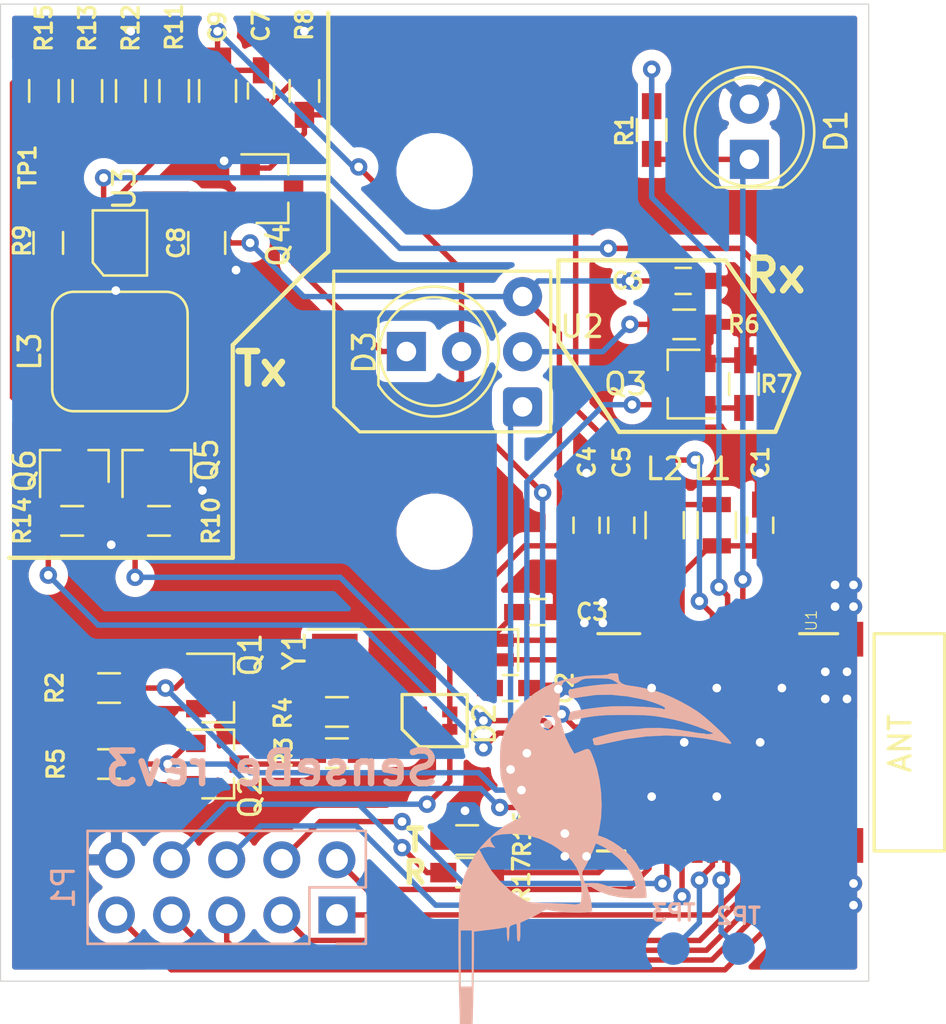
<source format=kicad_pcb>
(kicad_pcb (version 20171130) (host pcbnew 5.0.2-bee76a0~70~ubuntu16.04.1)
  (layers (0 F.Cu signal) (31 B.Cu signal) (34 B.Paste user) (35 F.Paste user) (36 B.SilkS user) (37 F.SilkS user) (38 B.Mask user) (39 F.Mask user) (44 Edge.Cuts user))
  (net 0 "")
  (net 1 GND)
  (net 2 /LIGHT_SENSE)
  (net 3 "Net-(D3-Pad1)")
  (net 4 /SWDIO)
  (net 5 VDD)
  (net 6 /SWDCLK)
  (net 7 /CAM_JACK)
  (net 8 /TX)
  (net 9 /FOCUS)
  (net 10 /RX)
  (net 11 /TRIGGER)
  (net 12 /BUTTON)
  (net 13 "Net-(Q1-Pad3)")
  (net 14 /LED_RED)
  (net 15 /LED_GREEN)
  (net 16 "Net-(Q2-Pad3)")
  (net 17 /RX_EN)
  (net 18 "Net-(Q3-Pad3)")
  (net 19 /IR_LED_EN)
  (net 20 /PWR1)
  (net 21 "Net-(Q5-Pad3)")
  (net 22 "Net-(Q6-Pad3)")
  (net 23 /PWR2)
  (net 24 "Net-(C9-Pad2)")
  (net 25 /GPIO1)
  (net 26 /GPIO2)
  (net 27 /LFCLK_XL1)
  (net 28 /LFCLK_XL2)
  (net 29 /DEC4)
  (net 30 "Net-(D2-Pad4)")
  (net 31 "Net-(D2-Pad2)")
  (net 32 "Net-(L1-Pad2)")
  (net 33 /DCC)
  (net 34 "Net-(L3-Pad1)")
  (net 35 /LIGHT_SENSE_EN)
  (net 36 /REG_EN)
  (net 37 /RX_OUT)
  (net 38 "Net-(U1-Pad38)")
  (net 39 "Net-(U1-Pad40)")
  (net 40 "Net-(U1-Pad41)")
  (net 41 /RX_TX_S)
  (net 42 "Net-(U1-Pad15)")
  (net 43 "Net-(U1-Pad16)")
  (net 44 "Net-(U1-Pad29)")
  (net 45 "Net-(Y1-Pad2)")
  (net 46 "Net-(U1-Pad2)")
  (net 47 "Net-(U1-Pad3)")
  (net 48 /VLED)
  (net 49 "Net-(U1-Pad35)")
  (module senseBe_rev3:R_0603_HandSoldering (layer F.Cu) (at 31.5 48.5 180)
    (fp_text reference R16 (at -2.54364 0.2984 270) (layer F.SilkS) (effects (font (size 0.75 0.75))))
    (fp_text value 10k)
    (pad 2 smd rect (at 1.1 0 180) (size 1.2 0.9) (layers F.Cu F.Paste F.Mask) (net 1 GND))
    (pad 1 smd rect (at -1.1 0 180) (size 1.2 0.9) (layers F.Cu F.Paste F.Mask) (net 41 /RX_TX_S))
  )
  (module senseBe_rev3:Vishay_MINIMOLD-3Pin (layer F.Cu) (at 34.05 28.55 90)
    (fp_text reference U2 (at 3.7 2.74 180) (layer F.SilkS))
    (fp_text value TSSP4056)
    (pad 1 thru_hole roundrect (at 0 0 90) (size 1.8 1.8) (drill 0.9) (layers *.Cu *.Mask) (roundrect_rratio 0.139) (net 37 /RX_OUT))
    (pad 2 thru_hole circle (at 2.54 0 90) (size 1.8 1.8) (drill 0.9) (layers *.Cu *.Mask) (net 18 "Net-(Q3-Pad3)"))
    (pad 3 thru_hole circle (at 5.08 0 90) (size 1.8 1.8) (drill 0.9) (layers *.Cu *.Mask) (net 5 VDD))
  )
  (module LED_THT:LED_D5.0mm (layer F.Cu) (at 28.7 26)
    (fp_text reference D3 (at -1.94108 0.04518 90) (layer F.SilkS))
    (fp_text value SFH4545)
    (pad 1 thru_hole rect (at 0 0) (size 1.8 1.8) (drill 0.9) (layers *.Cu *.Mask) (net 3 "Net-(D3-Pad1)"))
    (pad 2 thru_hole circle (at 2.54 0) (size 1.8 1.8) (drill 0.9) (layers *.Cu *.Mask) (net 48 /VLED))
  )
  (module Connector_PinHeader_2.54mm:PinHeader_2x05_P2.54mm_Vertical (layer B.Cu) (at 25.5 51.95 90)
    (fp_text reference P1 (at 1.27 -12.6 90) (layer B.SilkS) (effects (justify mirror)))
    (fp_text value CONN_02X05)
    (pad 1 thru_hole rect (at 0 0 90) (size 1.7 1.7) (drill 1) (layers *.Cu *.Mask) (net 12 /BUTTON))
    (pad 2 thru_hole oval (at 2.54 0 90) (size 1.7 1.7) (drill 1) (layers *.Cu *.Mask) (net 7 /CAM_JACK))
    (pad 3 thru_hole oval (at 0 -2.54 90) (size 1.7 1.7) (drill 1) (layers *.Cu *.Mask) (net 10 /RX))
    (pad 4 thru_hole oval (at 2.54 -2.54 90) (size 1.7 1.7) (drill 1) (layers *.Cu *.Mask) (net 9 /FOCUS))
    (pad 5 thru_hole oval (at 0 -5.08 90) (size 1.7 1.7) (drill 1) (layers *.Cu *.Mask) (net 8 /TX))
    (pad 6 thru_hole oval (at 2.54 -5.08 90) (size 1.7 1.7) (drill 1) (layers *.Cu *.Mask) (net 11 /TRIGGER))
    (pad 7 thru_hole oval (at 0 -7.62 90) (size 1.7 1.7) (drill 1) (layers *.Cu *.Mask) (net 6 /SWDCLK))
    (pad 8 thru_hole oval (at 2.54 -7.62 90) (size 1.7 1.7) (drill 1) (layers *.Cu *.Mask) (net 5 VDD))
    (pad 9 thru_hole oval (at 0 -10.16 90) (size 1.7 1.7) (drill 1) (layers *.Cu *.Mask) (net 4 /SWDIO))
    (pad 10 thru_hole oval (at 2.54 -10.16 90) (size 1.7 1.7) (drill 1) (layers *.Cu *.Mask) (net 1 GND))
  )
  (module Crystal:Crystal_SMD_SeikoEpson_MC146-4Pin_6.7x1.5mm_HandSoldering (layer F.Cu) (at 29 39.75 180)
    (fp_text reference Y1 (at 5.4618 -0.02896 270) (layer F.SilkS))
    (fp_text value MC-146_32.768KA-AC3_ROHS)
    (pad 1 smd rect (at -3.6 0.45 180) (size 2.1 0.6) (layers F.Cu F.Paste F.Mask) (net 27 /LFCLK_XL1))
    (pad 2 smd rect (at 3.6 0.45 180) (size 2.1 0.6) (layers F.Cu F.Paste F.Mask) (net 45 "Net-(Y1-Pad2)"))
    (pad 3 smd rect (at 3.6 -0.45 180) (size 2.1 0.6) (layers F.Cu F.Paste F.Mask) (net 45 "Net-(Y1-Pad2)"))
    (pad 4 smd rect (at -3.6 -0.45 180) (size 2.1 0.6) (layers F.Cu F.Paste F.Mask) (net 28 /LFCLK_XL2))
  )
  (module LED_THT:LED_D5.0mm (layer F.Cu) (at 44.5 17.15 90)
    (fp_text reference D1 (at 1.3 4 270) (layer F.SilkS))
    (fp_text value D_Photo)
    (pad 2 thru_hole circle (at 2.54 0 90) (size 1.8 1.8) (drill 0.9) (layers *.Cu *.Mask) (net 1 GND))
    (pad 1 thru_hole rect (at 0 0 90) (size 1.8 1.8) (drill 0.9) (layers *.Cu *.Mask) (net 2 /LIGHT_SENSE))
  )
  (module MountingHole:MountingHole_2.5mm (layer F.Cu) (at 30 17.7)
    (fp_text reference MK1 hide)
    (fp_text value Mounting_Hole)
    (pad 1 np_thru_hole circle (at 0 0) (size 2.5 2.5) (drill 2.5) (layers *.Cu *.Mask))
  )
  (module MountingHole:MountingHole_2.5mm (layer F.Cu) (at 30 34.3)
    (fp_text reference MK2 hide)
    (fp_text value Mounting_Hole)
    (pad 1 np_thru_hole circle (at 0 0) (size 2.5 2.5) (drill 2.5) (layers *.Cu *.Mask))
  )
  (module Package_TO_SOT_SMD:SOT-23 (layer F.Cu) (at 20 41.5)
    (fp_text reference Q1 (at 1.5062 -1.53308 90) (layer F.SilkS))
    (fp_text value SI2302)
    (pad 3 smd rect (at 1 0) (size 0.9 0.8) (layers F.Cu F.Paste F.Mask) (net 13 "Net-(Q1-Pad3)"))
    (pad 2 smd rect (at -1 0.95) (size 0.9 0.8) (layers F.Cu F.Paste F.Mask) (net 1 GND))
    (pad 1 smd rect (at -1 -0.95) (size 0.9 0.8) (layers F.Cu F.Paste F.Mask) (net 14 /LED_RED))
  )
  (module Package_TO_SOT_SMD:SOT-23 (layer F.Cu) (at 20 45)
    (fp_text reference Q2 (at 1.5062 1.50996 90) (layer F.SilkS))
    (fp_text value SI2302)
    (pad 1 smd rect (at -1 -0.95) (size 0.9 0.8) (layers F.Cu F.Paste F.Mask) (net 15 /LED_GREEN))
    (pad 2 smd rect (at -1 0.95) (size 0.9 0.8) (layers F.Cu F.Paste F.Mask) (net 1 GND))
    (pad 3 smd rect (at 1 0) (size 0.9 0.8) (layers F.Cu F.Paste F.Mask) (net 16 "Net-(Q2-Pad3)"))
  )
  (module Package_TO_SOT_SMD:SOT-23 (layer F.Cu) (at 41.5 27.5 180)
    (fp_text reference Q3 (at 2.7 0) (layer F.SilkS))
    (fp_text value SI2302)
    (pad 1 smd rect (at -1 -0.95 180) (size 0.9 0.8) (layers F.Cu F.Paste F.Mask) (net 17 /RX_EN))
    (pad 2 smd rect (at -1 0.95 180) (size 0.9 0.8) (layers F.Cu F.Paste F.Mask) (net 1 GND))
    (pad 3 smd rect (at 1 0 180) (size 0.9 0.8) (layers F.Cu F.Paste F.Mask) (net 18 "Net-(Q3-Pad3)"))
  )
  (module Package_TO_SOT_SMD:SOT-23 (layer F.Cu) (at 22.5 18.5)
    (fp_text reference Q4 (at 0.3 2.6 90) (layer F.SilkS))
    (fp_text value SI2302)
    (pad 3 smd rect (at 1 0) (size 0.9 0.8) (layers F.Cu F.Paste F.Mask) (net 3 "Net-(D3-Pad1)"))
    (pad 2 smd rect (at -1 0.95) (size 0.9 0.8) (layers F.Cu F.Paste F.Mask) (net 1 GND))
    (pad 1 smd rect (at -1 -0.95) (size 0.9 0.8) (layers F.Cu F.Paste F.Mask) (net 19 /IR_LED_EN))
  )
  (module Package_TO_SOT_SMD:SOT-23 (layer F.Cu) (at 17.2 31.3 90)
    (fp_text reference Q5 (at 0.3 2.3 270) (layer F.SilkS))
    (fp_text value SI2302)
    (pad 1 smd rect (at -1 -0.95 90) (size 0.9 0.8) (layers F.Cu F.Paste F.Mask) (net 20 /PWR1))
    (pad 2 smd rect (at -1 0.95 90) (size 0.9 0.8) (layers F.Cu F.Paste F.Mask) (net 1 GND))
    (pad 3 smd rect (at 1 0 90) (size 0.9 0.8) (layers F.Cu F.Paste F.Mask) (net 21 "Net-(Q5-Pad3)"))
  )
  (module Package_TO_SOT_SMD:SOT-23 (layer F.Cu) (at 13.4 31.3 90)
    (fp_text reference Q6 (at -0.2 -2.3 270) (layer F.SilkS))
    (fp_text value SI2302)
    (pad 3 smd rect (at 1 0 90) (size 0.9 0.8) (layers F.Cu F.Paste F.Mask) (net 22 "Net-(Q6-Pad3)"))
    (pad 2 smd rect (at -1 0.95 90) (size 0.9 0.8) (layers F.Cu F.Paste F.Mask) (net 1 GND))
    (pad 1 smd rect (at -1 -0.95 90) (size 0.9 0.8) (layers F.Cu F.Paste F.Mask) (net 23 /PWR2))
  )
  (module senseBe_rev3:Measurement_Point_Round-SMD-Pad_Small (layer F.Cu) (at 12.5 17.5)
    (fp_text reference TP1 (at -1.25 0 90) (layer F.SilkS) (effects (font (size 0.75 0.75))))
    (fp_text value FB_TP)
    (pad 1 smd circle (at 0 0) (size 1.5 1.5) (layers F.Cu F.Mask) (net 24 "Net-(C9-Pad2)"))
  )
  (module senseBe_rev3:Measurement_Point_Round-SMD-Pad_Small (layer B.Cu) (at 44 53.5)
    (fp_text reference TP2 (at 0 -1.5) (layer B.SilkS) (effects (font (size 0.75 0.75)) (justify mirror)))
    (fp_text value TestPoint)
    (pad 1 smd circle (at 0 0) (size 1.5 1.5) (layers B.Cu B.Mask) (net 25 /GPIO1))
  )
  (module senseBe_rev3:Measurement_Point_Round-SMD-Pad_Small (layer B.Cu) (at 41 53.5)
    (fp_text reference TP3 (at 0 -1.65) (layer B.SilkS) (effects (font (size 0.75 0.75)) (justify mirror)))
    (fp_text value TestPoint)
    (pad 1 smd circle (at 0 0) (size 1.5 1.5) (layers B.Cu B.Mask) (net 26 /GPIO2))
  )
  (module senseBe_rev3:C_0603_HandSoldering (layer F.Cu) (at 45 34 270)
    (fp_text reference C1 (at -2.9 -0.02 270) (layer F.SilkS) (effects (font (size 0.75 0.75))))
    (fp_text value 1uF)
    (pad 2 smd rect (at 0.95 0 270) (size 1.2 0.75) (layers F.Cu F.Paste F.Mask) (net 29 /DEC4))
    (pad 1 smd rect (at -0.95 0 270) (size 1.2 0.75) (layers F.Cu F.Paste F.Mask) (net 1 GND))
  )
  (module senseBe_rev3:C_0603_HandSoldering (layer F.Cu) (at 33.5 41.5 180)
    (fp_text reference C2 (at -2.5 0 270) (layer F.SilkS) (effects (font (size 0.75 0.75))))
    (fp_text value 8pF)
    (pad 1 smd rect (at -0.95 0 180) (size 1.2 0.75) (layers F.Cu F.Paste F.Mask) (net 1 GND))
    (pad 2 smd rect (at 0.95 0 180) (size 1.2 0.75) (layers F.Cu F.Paste F.Mask) (net 28 /LFCLK_XL2))
  )
  (module senseBe_rev3:C_0603_HandSoldering (layer F.Cu) (at 34.75 38 180)
    (fp_text reference C3 (at -2.5 0 180) (layer F.SilkS) (effects (font (size 0.75 0.75))))
    (fp_text value 8pF)
    (pad 2 smd rect (at 0.95 0 180) (size 1.2 0.75) (layers F.Cu F.Paste F.Mask) (net 27 /LFCLK_XL1))
    (pad 1 smd rect (at -0.95 0 180) (size 1.2 0.75) (layers F.Cu F.Paste F.Mask) (net 1 GND))
  )
  (module senseBe_rev3:C_0603_HandSoldering (layer F.Cu) (at 37 34 270)
    (fp_text reference C4 (at -2.9 -0.02 270) (layer F.SilkS) (effects (font (size 0.75 0.75))))
    (fp_text value 1uF)
    (pad 2 smd rect (at 0.95 0 270) (size 1.2 0.75) (layers F.Cu F.Paste F.Mask) (net 5 VDD))
    (pad 1 smd rect (at -0.95 0 270) (size 1.2 0.75) (layers F.Cu F.Paste F.Mask) (net 1 GND))
  )
  (module senseBe_rev3:C_0603_HandSoldering (layer F.Cu) (at 38.6 34 270)
    (fp_text reference C5 (at -2.9 -0.02 270) (layer F.SilkS) (effects (font (size 0.75 0.75))))
    (fp_text value 100nF)
    (pad 1 smd rect (at -0.95 0 270) (size 1.2 0.75) (layers F.Cu F.Paste F.Mask) (net 1 GND))
    (pad 2 smd rect (at 0.95 0 270) (size 1.2 0.75) (layers F.Cu F.Paste F.Mask) (net 5 VDD))
  )
  (module senseBe_rev3:C_0603_HandSoldering (layer F.Cu) (at 41.45 22.75)
    (fp_text reference C6 (at -2.55 0 -180) (layer F.SilkS) (effects (font (size 0.75 0.75))))
    (fp_text value 100nF)
    (pad 1 smd rect (at -0.95 0) (size 1.2 0.75) (layers F.Cu F.Paste F.Mask) (net 5 VDD))
    (pad 2 smd rect (at 0.95 0) (size 1.2 0.75) (layers F.Cu F.Paste F.Mask) (net 1 GND))
  )
  (module senseBe_rev3:C_0603_HandSoldering (layer F.Cu) (at 22 14 270)
    (fp_text reference C7 (at -3 0 270) (layer F.SilkS) (effects (font (size 0.75 0.75))))
    (fp_text value 10u)
    (pad 2 smd rect (at 0.95 0 270) (size 1.2 0.75) (layers F.Cu F.Paste F.Mask) (net 1 GND))
    (pad 1 smd rect (at -0.95 0 270) (size 1.2 0.75) (layers F.Cu F.Paste F.Mask) (net 48 /VLED))
  )
  (module senseBe_rev3:C_0805_HandSoldering (layer F.Cu) (at 19.5 21 270)
    (fp_text reference C8 (at 0 1.4 270) (layer F.SilkS) (effects (font (size 0.75 0.75))))
    (fp_text value 22u)
    (pad 1 smd rect (at -1.25 0 270) (size 1.5 1.25) (layers F.Cu F.Paste F.Mask) (net 5 VDD))
    (pad 2 smd rect (at 1.25 0 270) (size 1.5 1.25) (layers F.Cu F.Paste F.Mask) (net 1 GND))
  )
  (module senseBe_rev3:C_0805_HandSoldering (layer F.Cu) (at 20 14 270)
    (fp_text reference C9 (at -2.95 0 270) (layer F.SilkS) (effects (font (size 0.75 0.75))))
    (fp_text value 8p)
    (pad 2 smd rect (at 1.25 0 270) (size 1.5 1.25) (layers F.Cu F.Paste F.Mask) (net 24 "Net-(C9-Pad2)"))
    (pad 1 smd rect (at -1.25 0 270) (size 1.5 1.25) (layers F.Cu F.Paste F.Mask) (net 48 /VLED))
  )
  (module senseBe_rev3:18-225_R6G6C-A01_3T (layer F.Cu) (at 30 43)
    (fp_text reference D2 (at 2.29612 0.14192 90) (layer F.SilkS))
    (fp_text value 18-225/R6G6C-A01/3T)
    (pad 4 smd rect (at -0.7 -0.4) (size 0.7 0.5) (layers F.Cu F.Paste F.Mask) (net 30 "Net-(D2-Pad4)"))
    (pad 3 smd rect (at 0.7 -0.4) (size 0.7 0.5) (layers F.Cu F.Paste F.Mask) (net 5 VDD))
    (pad 1 smd rect (at 0.7 0.4) (size 0.7 0.5) (layers F.Cu F.Paste F.Mask) (net 5 VDD))
    (pad 2 smd rect (at -0.7 0.4) (size 0.7 0.5) (layers F.Cu F.Paste F.Mask) (net 31 "Net-(D2-Pad2)"))
  )
  (module senseBe_rev3:L_0805 (layer F.Cu) (at 43 34 90)
    (fp_text reference L1 (at 2.6 -0.2 180) (layer F.SilkS))
    (fp_text value 15nH)
    (pad 1 smd rect (at -0.95 0 90) (size 0.7 1.3) (layers F.Cu F.Paste F.Mask) (net 29 /DEC4))
    (pad 2 smd rect (at 0.95 0 90) (size 0.7 1.3) (layers F.Cu F.Paste F.Mask) (net 32 "Net-(L1-Pad2)"))
  )
  (module senseBe_rev3:L_0805 (layer F.Cu) (at 40.6 34 270)
    (fp_text reference L2 (at -2.6 0) (layer F.SilkS))
    (fp_text value 10nH)
    (pad 2 smd rect (at 0.95 0 270) (size 0.7 1.3) (layers F.Cu F.Paste F.Mask) (net 33 /DCC))
    (pad 1 smd rect (at -0.95 0 270) (size 0.7 1.3) (layers F.Cu F.Paste F.Mask) (net 32 "Net-(L1-Pad2)"))
  )
  (module senseBe_rev3:R_0603_HandSoldering (layer F.Cu) (at 40 15.8 270)
    (fp_text reference R1 (at 0.02676 1.24974 90) (layer F.SilkS) (effects (font (size 0.75 0.75))))
    (fp_text value 100k)
    (pad 1 smd rect (at -1.1 0 270) (size 1.2 0.9) (layers F.Cu F.Paste F.Mask) (net 35 /LIGHT_SENSE_EN))
    (pad 2 smd rect (at 1.1 0 270) (size 1.2 0.9) (layers F.Cu F.Paste F.Mask) (net 2 /LIGHT_SENSE))
  )
  (module senseBe_rev3:R_0603_HandSoldering (layer F.Cu) (at 15 41.5 180)
    (fp_text reference R2 (at 2.5 0 270) (layer F.SilkS) (effects (font (size 0.75 0.75))))
    (fp_text value 470k)
    (pad 2 smd rect (at 1.1 0 180) (size 1.2 0.9) (layers F.Cu F.Paste F.Mask) (net 1 GND))
    (pad 1 smd rect (at -1.1 0 180) (size 1.2 0.9) (layers F.Cu F.Paste F.Mask) (net 14 /LED_RED))
  )
  (module senseBe_rev3:R_0603_HandSoldering (layer F.Cu) (at 25.5 44.5)
    (fp_text reference R3 (at -2.44948 -0.0068 90) (layer F.SilkS) (effects (font (size 0.75 0.75))))
    (fp_text value 33)
    (pad 2 smd rect (at 1.1 0) (size 1.2 0.9) (layers F.Cu F.Paste F.Mask) (net 31 "Net-(D2-Pad2)"))
    (pad 1 smd rect (at -1.1 0) (size 1.2 0.9) (layers F.Cu F.Paste F.Mask) (net 16 "Net-(Q2-Pad3)"))
  )
  (module senseBe_rev3:R_0603_HandSoldering (layer F.Cu) (at 25.5 42.6)
    (fp_text reference R4 (at -2.48504 0.05932 90) (layer F.SilkS) (effects (font (size 0.75 0.75))))
    (fp_text value 24)
    (pad 1 smd rect (at -1.1 0) (size 1.2 0.9) (layers F.Cu F.Paste F.Mask) (net 13 "Net-(Q1-Pad3)"))
    (pad 2 smd rect (at 1.1 0) (size 1.2 0.9) (layers F.Cu F.Paste F.Mask) (net 30 "Net-(D2-Pad4)"))
  )
  (module senseBe_rev3:R_0603_HandSoldering (layer F.Cu) (at 15 45 180)
    (fp_text reference R5 (at 2.45 0 270) (layer F.SilkS) (effects (font (size 0.75 0.75))))
    (fp_text value 470k)
    (pad 1 smd rect (at -1.1 0 180) (size 1.2 0.9) (layers F.Cu F.Paste F.Mask) (net 15 /LED_GREEN))
    (pad 2 smd rect (at 1.1 0 180) (size 1.2 0.9) (layers F.Cu F.Paste F.Mask) (net 1 GND))
  )
  (module senseBe_rev3:R_0603_HandSoldering (layer F.Cu) (at 41.5 24.75)
    (fp_text reference R6 (at 2.75 0 180) (layer F.SilkS) (effects (font (size 0.75 0.75))))
    (fp_text value 3.9M)
    (pad 2 smd rect (at 1.1 0) (size 1.2 0.9) (layers F.Cu F.Paste F.Mask) (net 1 GND))
    (pad 1 smd rect (at -1.1 0) (size 1.2 0.9) (layers F.Cu F.Paste F.Mask) (net 18 "Net-(Q3-Pad3)"))
  )
  (module senseBe_rev3:R_0603_HandSoldering (layer F.Cu) (at 44.25 27.5 90)
    (fp_text reference R7 (at 0 1.5 180) (layer F.SilkS) (effects (font (size 0.75 0.75))))
    (fp_text value 470k)
    (pad 1 smd rect (at -1.1 0 90) (size 1.2 0.9) (layers F.Cu F.Paste F.Mask) (net 17 /RX_EN))
    (pad 2 smd rect (at 1.1 0 90) (size 1.2 0.9) (layers F.Cu F.Paste F.Mask) (net 1 GND))
  )
  (module senseBe_rev3:R_0603_HandSoldering (layer F.Cu) (at 24 14 90)
    (fp_text reference R8 (at 3.05 0 90) (layer F.SilkS) (effects (font (size 0.75 0.75))))
    (fp_text value 470k)
    (pad 2 smd rect (at 1.1 0 90) (size 1.2 0.9) (layers F.Cu F.Paste F.Mask) (net 1 GND))
    (pad 1 smd rect (at -1.1 0 90) (size 1.2 0.9) (layers F.Cu F.Paste F.Mask) (net 19 /IR_LED_EN))
  )
  (module senseBe_rev3:R_0603_HandSoldering (layer F.Cu) (at 12.2 21 270)
    (fp_text reference R9 (at -0.1 1.2 270) (layer F.SilkS) (effects (font (size 0.75 0.75))))
    (fp_text value 470k)
    (pad 1 smd rect (at -1.1 0 270) (size 1.2 0.9) (layers F.Cu F.Paste F.Mask) (net 36 /REG_EN))
    (pad 2 smd rect (at 1.1 0 270) (size 1.2 0.9) (layers F.Cu F.Paste F.Mask) (net 1 GND))
  )
  (module senseBe_rev3:R_0603_HandSoldering (layer F.Cu) (at 17.3 33.8)
    (fp_text reference R10 (at 2.4 0 270) (layer F.SilkS) (effects (font (size 0.75 0.75))))
    (fp_text value 470k)
    (pad 2 smd rect (at 1.1 0) (size 1.2 0.9) (layers F.Cu F.Paste F.Mask) (net 1 GND))
    (pad 1 smd rect (at -1.1 0) (size 1.2 0.9) (layers F.Cu F.Paste F.Mask) (net 20 /PWR1))
  )
  (module senseBe_rev3:R_0603_HandSoldering (layer F.Cu) (at 18 14 270)
    (fp_text reference R11 (at -2.95 0 270) (layer F.SilkS) (effects (font (size 0.75 0.75))))
    (fp_text value 470k)
    (pad 2 smd rect (at 1.1 0 270) (size 1.2 0.9) (layers F.Cu F.Paste F.Mask) (net 24 "Net-(C9-Pad2)"))
    (pad 1 smd rect (at -1.1 0 270) (size 1.2 0.9) (layers F.Cu F.Paste F.Mask) (net 48 /VLED))
  )
  (module senseBe_rev3:R_0603_HandSoldering (layer F.Cu) (at 16 14 90)
    (fp_text reference R12 (at 2.9 0 90) (layer F.SilkS) (effects (font (size 0.75 0.75))))
    (fp_text value 470k)
    (pad 1 smd rect (at -1.1 0 90) (size 1.2 0.9) (layers F.Cu F.Paste F.Mask) (net 24 "Net-(C9-Pad2)"))
    (pad 2 smd rect (at 1.1 0 90) (size 1.2 0.9) (layers F.Cu F.Paste F.Mask) (net 1 GND))
  )
  (module senseBe_rev3:R_0603_HandSoldering (layer F.Cu) (at 14 14 90)
    (fp_text reference R13 (at 2.9 0 270) (layer F.SilkS) (effects (font (size 0.75 0.75))))
    (fp_text value 3.9M)
    (pad 2 smd rect (at 1.1 0 90) (size 1.2 0.9) (layers F.Cu F.Paste F.Mask) (net 21 "Net-(Q5-Pad3)"))
    (pad 1 smd rect (at -1.1 0 90) (size 1.2 0.9) (layers F.Cu F.Paste F.Mask) (net 24 "Net-(C9-Pad2)"))
  )
  (module senseBe_rev3:R_0603_HandSoldering (layer F.Cu) (at 13.3 33.8)
    (fp_text reference R14 (at -2.3 0 270) (layer F.SilkS) (effects (font (size 0.75 0.75))))
    (fp_text value 470k)
    (pad 2 smd rect (at 1.1 0) (size 1.2 0.9) (layers F.Cu F.Paste F.Mask) (net 1 GND))
    (pad 1 smd rect (at -1.1 0) (size 1.2 0.9) (layers F.Cu F.Paste F.Mask) (net 23 /PWR2))
  )
  (module senseBe_rev3:R_0603_HandSoldering (layer F.Cu) (at 12 14 90)
    (fp_text reference R15 (at 2.9 0 270) (layer F.SilkS) (effects (font (size 0.75 0.75))))
    (fp_text value 1.2M)
    (pad 1 smd rect (at -1.1 0 90) (size 1.2 0.9) (layers F.Cu F.Paste F.Mask) (net 24 "Net-(C9-Pad2)"))
    (pad 2 smd rect (at 1.1 0 90) (size 1.2 0.9) (layers F.Cu F.Paste F.Mask) (net 22 "Net-(Q6-Pad3)"))
  )
  (module senseBe_rev3:mdbt42Q (layer F.Cu) (at 44 44 270)
    (fp_text reference U1 (at -5.61042 -3.35578 270) (layer F.SilkS) (effects (font (size 0.5 0.5) (thickness 0.05))))
    (fp_text value MDBT42Q hide)
    (fp_text user ANT (at 0.05 -7.45 270) (layer F.SilkS))
    (pad 12 smd rect (at -4.3 6.25 270) (size 0.5 1.6) (layers F.Cu F.Paste F.Mask) (net 1 GND))
    (pad 2 smd rect (at -4.75 -2.3 270) (size 1.6 0.5) (layers F.Cu F.Paste F.Mask) (net 46 "Net-(U1-Pad2)"))
    (pad 1 smd rect (at -4.75 -5.3 270) (size 1.6 0.9) (layers F.Cu F.Paste F.Mask) (net 1 GND))
    (pad 3 smd rect (at -4.75 -1.6 270) (size 1.6 0.5) (layers F.Cu F.Paste F.Mask) (net 47 "Net-(U1-Pad3)"))
    (pad 4 smd rect (at -4.75 -0.9 270) (size 1.6 0.5) (layers F.Cu F.Paste F.Mask) (net 36 /REG_EN))
    (pad 5 smd rect (at -4.75 -0.2 270) (size 1.6 0.5) (layers F.Cu F.Paste F.Mask) (net 2 /LIGHT_SENSE))
    (pad 6 smd rect (at -4.75 0.5 270) (size 1.6 0.5) (layers F.Cu F.Paste F.Mask) (net 35 /LIGHT_SENSE_EN))
    (pad 7 smd rect (at -4.75 1.2 270) (size 1.6 0.5) (layers F.Cu F.Paste F.Mask) (net 19 /IR_LED_EN))
    (pad 8 smd rect (at -4.75 1.9 270) (size 1.6 0.5) (layers F.Cu F.Paste F.Mask) (net 5 VDD))
    (pad 9 smd rect (at -4.75 2.6 270) (size 1.6 0.5) (layers F.Cu F.Paste F.Mask) (net 29 /DEC4))
    (pad 10 smd rect (at -4.75 3.3 270) (size 1.6 0.5) (layers F.Cu F.Paste F.Mask) (net 33 /DCC))
    (pad 11 smd rect (at -4.75 4 270) (size 1.6 0.5) (layers F.Cu F.Paste F.Mask) (net 5 VDD))
    (pad 13 smd rect (at -3.5 6.25 270) (size 0.5 1.6) (layers F.Cu F.Paste F.Mask) (net 27 /LFCLK_XL1))
    (pad 14 smd rect (at -2.8 6.25 270) (size 0.5 1.6) (layers F.Cu F.Paste F.Mask) (net 28 /LFCLK_XL2))
    (pad 15 smd rect (at -2.1 6.25 270) (size 0.5 1.6) (layers F.Cu F.Paste F.Mask) (net 42 "Net-(U1-Pad15)"))
    (pad 16 smd rect (at -1.4 6.25 270) (size 0.5 1.6) (layers F.Cu F.Paste F.Mask) (net 43 "Net-(U1-Pad16)"))
    (pad 17 smd rect (at -0.7 6.25 270) (size 0.5 1.6) (layers F.Cu F.Paste F.Mask) (net 48 /VLED))
    (pad 18 smd rect (at 0 6.25 270) (size 0.5 1.6) (layers F.Cu F.Paste F.Mask) (net 20 /PWR1))
    (pad 19 smd rect (at 0.7 6.25 270) (size 0.5 1.6) (layers F.Cu F.Paste F.Mask) (net 23 /PWR2))
    (pad 20 smd rect (at 1.4 6.25 270) (size 0.5 1.6) (layers F.Cu F.Paste F.Mask) (net 17 /RX_EN))
    (pad 21 smd rect (at 2.1 6.25 270) (size 0.5 1.6) (layers F.Cu F.Paste F.Mask) (net 37 /RX_OUT))
    (pad 22 smd rect (at 2.8 6.25 270) (size 0.5 1.6) (layers F.Cu F.Paste F.Mask) (net 14 /LED_RED))
    (pad 23 smd rect (at 3.5 6.25 270) (size 0.5 1.6) (layers F.Cu F.Paste F.Mask) (net 15 /LED_GREEN))
    (pad 24 smd rect (at 4.2 6.25 270) (size 0.5 1.6) (layers F.Cu F.Paste F.Mask) (net 1 GND))
    (pad 25 smd rect (at 4.75 4.7 270) (size 1.6 0.5) (layers F.Cu F.Paste F.Mask) (net 41 /RX_TX_S))
    (pad 26 smd rect (at 4.75 4 270) (size 1.6 0.5) (layers F.Cu F.Paste F.Mask) (net 7 /CAM_JACK))
    (pad 27 smd rect (at 4.75 3.3 270) (size 1.6 0.5) (layers F.Cu F.Paste F.Mask) (net 9 /FOCUS))
    (pad 28 smd rect (at 4.75 2.6 270) (size 1.6 0.5) (layers F.Cu F.Paste F.Mask) (net 11 /TRIGGER))
    (pad 29 smd rect (at 4.75 1.9 270) (size 1.6 0.5) (layers F.Cu F.Paste F.Mask) (net 44 "Net-(U1-Pad29)"))
    (pad 30 smd rect (at 4.75 1.2 270) (size 1.6 0.5) (layers F.Cu F.Paste F.Mask) (net 26 /GPIO2))
    (pad 31 smd rect (at 4.75 0.5 270) (size 1.6 0.5) (layers F.Cu F.Paste F.Mask) (net 25 /GPIO1))
    (pad 32 smd rect (at 4.75 -0.2 270) (size 1.6 0.5) (layers F.Cu F.Paste F.Mask) (net 12 /BUTTON))
    (pad 33 smd rect (at 4.75 -0.9 270) (size 1.6 0.5) (layers F.Cu F.Paste F.Mask) (net 10 /RX))
    (pad 34 smd rect (at 4.75 -1.6 270) (size 1.6 0.5) (layers F.Cu F.Paste F.Mask) (net 8 /TX))
    (pad 35 smd rect (at 4.75 -2.3 270) (size 1.6 0.5) (layers F.Cu F.Paste F.Mask) (net 49 "Net-(U1-Pad35)"))
    (pad 36 smd rect (at 4.75 -3 270) (size 1.6 0.5) (layers F.Cu F.Paste F.Mask) (net 6 /SWDCLK))
    (pad 37 smd rect (at 4.75 -3.7 270) (size 1.6 0.5) (layers F.Cu F.Paste F.Mask) (net 4 /SWDIO))
    (pad 38 smd rect (at 4.75 -4.4 270) (size 1.6 0.5) (layers F.Cu F.Paste F.Mask) (net 38 "Net-(U1-Pad38)"))
    (pad 39 smd rect (at 4.75 -5.3 270) (size 1.6 0.9) (layers F.Cu F.Paste F.Mask) (net 1 GND))
    (pad 40 smd rect (at 2.9 -4.75 270) (size 1.2 0.5) (layers F.Cu F.Paste F.Mask) (net 39 "Net-(U1-Pad40)"))
    (pad 41 smd rect (at 2.9 -3.35 270) (size 1.2 0.5) (layers F.Cu F.Paste F.Mask) (net 40 "Net-(U1-Pad41)"))
  )
  (module senseBe_rev3:22uH_SMD_5mm_Inductor (layer F.Cu) (at 15.5 26 90)
    (fp_text reference L3 (at 0 -4.15 90) (layer F.SilkS))
    (fp_text value 22u)
    (pad 1 smd roundrect (at 0 -2 90) (size 5.5 2.15) (layers F.Cu F.Paste F.Mask) (roundrect_rratio 0.465) (net 34 "Net-(L3-Pad1)"))
    (pad 2 smd roundrect (at 0 2 90) (size 5.5 2.15) (layers F.Cu F.Paste F.Mask) (roundrect_rratio 0.465) (net 48 /VLED))
  )
  (module senseBe_rev3:R_0603_HandSoldering (layer F.Cu) (at 31.5 50 180)
    (fp_text reference R17 (at -2.49792 -0.31996 270) (layer F.SilkS) (effects (font (size 0.75 0.75))))
    (fp_text value 10k)
    (pad 1 smd rect (at -1.1 0 180) (size 1.2 0.9) (layers F.Cu F.Paste F.Mask) (net 41 /RX_TX_S))
    (pad 2 smd rect (at 1.1 0 180) (size 1.2 0.9) (layers F.Cu F.Paste F.Mask) (net 5 VDD))
  )
  (module senseBe_rev3:AP3405_U-DFN2020-8 (layer F.Cu) (at 15.5 21)
    (fp_text reference U3 (at 0.2 -2.5 90) (layer F.SilkS))
    (fp_text value AP3405)
    (pad "" smd rect (at 0 0) (size 1.8 1) (layers F.Cu F.Paste F.Mask))
    (pad 1 smd rect (at -0.75 0.9) (size 0.35 0.5) (layers F.Cu F.Paste F.Mask))
    (pad 2 smd rect (at -0.25 0.9) (size 0.35 0.5) (layers F.Cu F.Paste F.Mask))
    (pad 3 smd rect (at 0.25 0.9) (size 0.35 0.5) (layers F.Cu F.Paste F.Mask) (net 1 GND))
    (pad 4 smd rect (at 0.75 0.9) (size 0.35 0.5) (layers F.Cu F.Paste F.Mask) (net 1 GND))
    (pad 5 smd rect (at 0.75 -0.9) (size 0.35 0.5) (layers F.Cu F.Paste F.Mask) (net 34 "Net-(L3-Pad1)"))
    (pad 6 smd rect (at 0.25 -0.9) (size 0.35 0.5) (layers F.Cu F.Paste F.Mask) (net 5 VDD))
    (pad 7 smd rect (at -0.25 -0.9) (size 0.35 0.5) (layers F.Cu F.Paste F.Mask) (net 24 "Net-(C9-Pad2)"))
    (pad 8 smd rect (at -0.75 -0.9) (size 0.35 0.5) (layers F.Cu F.Paste F.Mask) (net 36 /REG_EN))
  )
  (module Appiko_Logo:Appiko_logo4 (layer B.Cu) (at 37.4 48.9 180)
    (fp_text reference G*** hide)
    (fp_text value LOGO hide)
  )
  (gr_text R (at 29.1 50) (layer F.SilkS) (effects (font (size 1 1) (thickness 0.25))))
  (gr_text T (at 29.1 48.5) (layer F.SilkS) (effects (font (size 1 1) (thickness 0.25))))
  (gr_text "SenseBe rev3" (at 22.5 45.2) (layer B.SilkS) (effects (font (size 1.5 1.5) (thickness 0.3)) (justify mirror)))
  (gr_text Tx (at 22 26.8) (layer F.SilkS) (effects (font (size 1.5 1.5) (thickness 0.3))))
  (gr_line (start 25.1 21.4) (end 25.1 10.4) (layer F.SilkS) (width 0.2))
  (gr_line (start 24 22.4) (end 25.1 21.4) (layer F.SilkS) (width 0.2))
  (gr_line (start 20.7 25.7) (end 24 22.4) (layer F.SilkS) (width 0.2))
  (gr_line (start 20.7 35.5) (end 20.7 25.7) (layer F.SilkS) (width 0.2))
  (gr_line (start 10.4 35.5) (end 20.7 35.5) (layer F.SilkS) (width 0.2))
  (gr_text Rx (at 45.7 22.5) (layer F.SilkS) (effects (font (size 1.5 1.5) (thickness 0.3))))
  (gr_line (start 35.7 21.8) (end 35.8 21.8) (layer F.SilkS) (width 0.2))
  (gr_line (start 35.7 25.5) (end 35.7 21.8) (layer F.SilkS) (width 0.2))
  (gr_line (start 38.5 29.7) (end 35.7 25.5) (layer F.SilkS) (width 0.2))
  (gr_line (start 45.7 29.7) (end 38.5 29.7) (layer F.SilkS) (width 0.2))
  (gr_line (start 46.8 27) (end 45.7 29.7) (layer F.SilkS) (width 0.2))
  (gr_line (start 45.2 24.4) (end 46.8 27) (layer F.SilkS) (width 0.2))
  (gr_line (start 43.4 21.8) (end 45.2 24.4) (layer F.SilkS) (width 0.2))
  (gr_line (start 35.8 21.8) (end 43.4 21.8) (layer F.SilkS) (width 0.2))
  (gr_line (start 50 10) (end 10 10) (layer Edge.Cuts) (width 0.05))
  (gr_line (start 50 55) (end 50 10) (layer Edge.Cuts) (width 0.05))
  (gr_line (start 10 55) (end 50 55) (layer Edge.Cuts) (width 0.05))
  (gr_line (start 10 10) (end 10 55) (layer Edge.Cuts) (width 0.05))
  (via (at 40 46.5) (size 0.8) (drill 0.4) (layers F.Cu B.Cu) (net 1))
  (via (at 43 46.5) (size 0.8) (drill 0.4) (layers F.Cu B.Cu) (net 1))
  (via (at 40 41.5) (size 0.8) (drill 0.4) (layers F.Cu B.Cu) (net 1))
  (via (at 43 41.5) (size 0.8) (drill 0.4) (layers F.Cu B.Cu) (net 1))
  (via (at 45 44) (size 0.8) (drill 0.4) (layers F.Cu B.Cu) (net 1))
  (via (at 46 41.5) (size 0.8) (drill 0.4) (layers F.Cu B.Cu) (net 1))
  (via (at 48 42) (size 0.8) (drill 0.4) (layers F.Cu B.Cu) (net 1))
  (via (at 49 42) (size 0.8) (drill 0.4) (layers F.Cu B.Cu) (net 1))
  (via (at 48 40.75) (size 0.8) (drill 0.4) (layers F.Cu B.Cu) (net 1))
  (via (at 49 40.75) (size 0.8) (drill 0.4) (layers F.Cu B.Cu) (net 1))
  (segment (start 13.9 45.7) (end 13.9 45) (width 0.25) (layer F.Cu) (net 1))
  (segment (start 14.15 45.95) (end 13.9 45.7) (width 0.25) (layer F.Cu) (net 1))
  (segment (start 19 45.95) (end 14.15 45.95) (width 0.25) (layer F.Cu) (net 1))
  (segment (start 13.9 42.2) (end 13.9 41.5) (width 0.25) (layer F.Cu) (net 1))
  (segment (start 14.15 42.45) (end 13.9 42.2) (width 0.25) (layer F.Cu) (net 1))
  (segment (start 19 42.45) (end 14.15 42.45) (width 0.25) (layer F.Cu) (net 1))
  (via (at 36 48.2) (size 0.8) (drill 0.4) (layers F.Cu B.Cu) (net 1))
  (segment (start 37.75 48.2) (end 36 48.2) (width 0.25) (layer F.Cu) (net 1))
  (via (at 36 49.25) (size 0.8) (drill 0.4) (layers F.Cu B.Cu) (net 1))
  (segment (start 36 48.2) (end 36 49.25) (width 0.25) (layer B.Cu) (net 1))
  (via (at 37 49.25) (size 0.8) (drill 0.4) (layers F.Cu B.Cu) (net 1))
  (segment (start 36 49.25) (end 37 49.25) (width 0.25) (layer B.Cu) (net 1))
  (via (at 37.75 37.55) (size 0.8) (drill 0.4) (layers F.Cu B.Cu) (net 1))
  (via (at 49.3 37.75) (size 0.8) (drill 0.4) (layers F.Cu B.Cu) (net 1))
  (segment (start 49.3 39.25) (end 49.3 37.75) (width 0.25) (layer F.Cu) (net 1))
  (via (at 48.45 37.75) (size 0.8) (drill 0.4) (layers F.Cu B.Cu) (net 1))
  (via (at 49.3 36.75) (size 0.8) (drill 0.4) (layers F.Cu B.Cu) (net 1))
  (segment (start 49.3 37.75) (end 49.3 36.75) (width 0.25) (layer B.Cu) (net 1))
  (via (at 48.45 36.75) (size 0.8) (drill 0.4) (layers F.Cu B.Cu) (net 1))
  (segment (start 48.45 37.75) (end 49.3 37.75) (width 0.25) (layer B.Cu) (net 1))
  (segment (start 48.45 37.75) (end 48.45 36.75) (width 0.25) (layer B.Cu) (net 1))
  (segment (start 48.45 36.75) (end 49.3 36.75) (width 0.25) (layer B.Cu) (net 1))
  (via (at 49.3 50.5) (size 0.8) (drill 0.4) (layers F.Cu B.Cu) (net 1))
  (segment (start 49.3 48.75) (end 49.3 50.5) (width 0.25) (layer F.Cu) (net 1))
  (via (at 49.3 51.5) (size 0.8) (drill 0.4) (layers F.Cu B.Cu) (net 1))
  (segment (start 49.3 50.5) (end 49.3 51.5) (width 0.25) (layer B.Cu) (net 1))
  (via (at 41.5 44) (size 0.8) (drill 0.4) (layers F.Cu B.Cu) (net 1))
  (segment (start 49.3 40.45) (end 49 40.75) (width 0.25) (layer F.Cu) (net 1))
  (segment (start 49.3 39.25) (end 49.3 40.45) (width 0.25) (layer F.Cu) (net 1))
  (segment (start 49 40.75) (end 48 40.75) (width 0.25) (layer B.Cu) (net 1))
  (segment (start 40 42.5) (end 41.5 44) (width 0.25) (layer B.Cu) (net 1))
  (segment (start 40 41.5) (end 40 42.5) (width 0.25) (layer B.Cu) (net 1))
  (segment (start 40 45.5) (end 41.5 44) (width 0.25) (layer B.Cu) (net 1))
  (segment (start 40 46.5) (end 40 45.5) (width 0.25) (layer B.Cu) (net 1))
  (segment (start 41.5 44) (end 45 44) (width 0.25) (layer B.Cu) (net 1))
  (segment (start 43 42.5) (end 43 41.5) (width 0.25) (layer B.Cu) (net 1))
  (segment (start 41.5 44) (end 43 42.5) (width 0.25) (layer B.Cu) (net 1))
  (segment (start 43 45.5) (end 41.5 44) (width 0.25) (layer B.Cu) (net 1))
  (segment (start 43 46.5) (end 43 45.5) (width 0.25) (layer B.Cu) (net 1))
  (segment (start 43.565685 41.5) (end 46 41.5) (width 0.25) (layer B.Cu) (net 1))
  (segment (start 43 41.5) (end 43.565685 41.5) (width 0.25) (layer B.Cu) (net 1))
  (segment (start 47.25 41.5) (end 48 40.75) (width 0.25) (layer B.Cu) (net 1))
  (segment (start 46 41.5) (end 47.25 41.5) (width 0.25) (layer B.Cu) (net 1))
  (segment (start 48 42) (end 49 42) (width 0.25) (layer B.Cu) (net 1))
  (segment (start 48 42) (end 48 40.75) (width 0.25) (layer B.Cu) (net 1))
  (segment (start 37.75 39.7) (end 37.75 38.5) (width 0.25) (layer F.Cu) (net 1))
  (segment (start 37.75 38.5) (end 36.9 38.5) (width 0.25) (layer B.Cu) (net 1))
  (via (at 36.9 38.5) (size 0.8) (drill 0.4) (layers F.Cu B.Cu) (net 1))
  (via (at 37.75 38.5) (size 0.8) (drill 0.4) (layers F.Cu B.Cu) (net 1))
  (segment (start 36.4 38) (end 36.9 38.5) (width 0.25) (layer F.Cu) (net 1))
  (segment (start 35.7 38) (end 36.4 38) (width 0.25) (layer F.Cu) (net 1))
  (segment (start 15.75 21.9) (end 16.25 21.9) (width 0.25) (layer F.Cu) (net 1))
  (segment (start 16.25 21.9) (end 16.25 21.975) (width 0.25) (layer F.Cu) (net 1))
  (via (at 20.85 22.25) (size 0.8) (drill 0.4) (layers F.Cu B.Cu) (net 1))
  (segment (start 19.5 22.25) (end 20.85 22.25) (width 0.25) (layer F.Cu) (net 1))
  (via (at 31.4 47.15) (size 0.8) (drill 0.4) (layers F.Cu B.Cu) (net 1))
  (segment (start 30.4 48.5) (end 30.4 48.15) (width 0.25) (layer F.Cu) (net 1))
  (segment (start 30.4 48.15) (end 31.4 47.15) (width 0.25) (layer F.Cu) (net 1))
  (segment (start 42.65 26.4) (end 42.5 26.55) (width 0.25) (layer F.Cu) (net 1))
  (segment (start 44.25 26.4) (end 42.65 26.4) (width 0.25) (layer F.Cu) (net 1))
  (segment (start 22.1 14.95) (end 22 14.95) (width 0.25) (layer F.Cu) (net 1))
  (segment (start 24 12.9) (end 24 13.05) (width 0.25) (layer F.Cu) (net 1))
  (via (at 24 11.25) (size 0.8) (drill 0.4) (layers F.Cu B.Cu) (net 1))
  (segment (start 24 11.25) (end 24 12.9) (width 0.25) (layer F.Cu) (net 1))
  (segment (start 37 33.05) (end 38.6 33.05) (width 0.25) (layer F.Cu) (net 1))
  (via (at 37 31.6) (size 0.8) (drill 0.4) (layers F.Cu B.Cu) (net 1))
  (segment (start 37 33.05) (end 37 31.6) (width 0.25) (layer F.Cu) (net 1))
  (via (at 45 31.6) (size 0.8) (drill 0.4) (layers F.Cu B.Cu) (net 1))
  (segment (start 45 33.05) (end 45 31.6) (width 0.25) (layer F.Cu) (net 1))
  (segment (start 21.45 19.45) (end 20.3 18.3) (width 0.25) (layer F.Cu) (net 1))
  (segment (start 21.5 19.45) (end 21.45 19.45) (width 0.25) (layer F.Cu) (net 1))
  (segment (start 22 15.175) (end 22 14.95) (width 0.25) (layer F.Cu) (net 1))
  (segment (start 20.3 16.875) (end 22 15.175) (width 0.25) (layer F.Cu) (net 1))
  (via (at 16 11.25) (size 0.8) (drill 0.4) (layers F.Cu B.Cu) (net 1))
  (segment (start 16 12.9) (end 16 11.25) (width 0.25) (layer F.Cu) (net 1))
  (via (at 35.7 41.55) (size 0.8) (drill 0.4) (layers F.Cu B.Cu) (net 1))
  (segment (start 34.45 41.5) (end 35.65 41.5) (width 0.25) (layer F.Cu) (net 1))
  (segment (start 35.65 41.5) (end 35.7 41.55) (width 0.25) (layer F.Cu) (net 1))
  (via (at 20.3 17.22122) (size 0.8) (drill 0.4) (layers F.Cu B.Cu) (net 1))
  (segment (start 20.3 18.3) (end 20.3 17.22122) (width 0.25) (layer F.Cu) (net 1))
  (segment (start 20.3 17.22122) (end 20.3 16.875) (width 0.25) (layer F.Cu) (net 1))
  (segment (start 16 12.92122) (end 20.3 17.22122) (width 0.25) (layer B.Cu) (net 1))
  (segment (start 16 11.25) (end 16 12.92122) (width 0.25) (layer B.Cu) (net 1))
  (segment (start 15.75 21.9) (end 15.75 22.7539) (width 0.25) (layer F.Cu) (net 1))
  (via (at 15.31114 23.19276) (size 0.8) (drill 0.4) (layers F.Cu B.Cu) (net 1))
  (segment (start 15.75 22.7539) (end 15.31114 23.19276) (width 0.25) (layer F.Cu) (net 1))
  (segment (start 24 13.05) (end 22.1 14.95) (width 0.25) (layer F.Cu) (net 1))
  (segment (start 13.2 22.1) (end 12.2 22.1) (width 0.25) (layer F.Cu) (net 1))
  (segment (start 15.31114 23.19276) (end 14.99276 23.19276) (width 0.25) (layer F.Cu) (net 1))
  (segment (start 14.99276 23.19276) (end 14.4 22.6) (width 0.25) (layer F.Cu) (net 1))
  (segment (start 14.4 22.6) (end 13.7 22.6) (width 0.25) (layer F.Cu) (net 1))
  (segment (start 13.7 22.6) (end 13.2 22.1) (width 0.25) (layer F.Cu) (net 1))
  (segment (start 14.4 32.35) (end 14.35 32.3) (width 0.25) (layer F.Cu) (net 1))
  (segment (start 14.4 33.8) (end 14.4 32.35) (width 0.25) (layer F.Cu) (net 1))
  (segment (start 18.4 32.55) (end 18.15 32.3) (width 0.25) (layer F.Cu) (net 1))
  (segment (start 18.4 33.8) (end 18.4 32.55) (width 0.25) (layer F.Cu) (net 1))
  (segment (start 19.90724 23.19276) (end 20.85 22.25) (width 0.25) (layer B.Cu) (net 1))
  (segment (start 15.31114 23.19276) (end 19.90724 23.19276) (width 0.25) (layer B.Cu) (net 1))
  (segment (start 14.4 34.5) (end 14.8 34.9) (width 0.25) (layer F.Cu) (net 1))
  (segment (start 14.4 33.8) (end 14.4 34.5) (width 0.25) (layer F.Cu) (net 1))
  (via (at 15.1 34.9) (size 0.8) (drill 0.4) (layers F.Cu B.Cu) (net 1))
  (segment (start 14.8 34.9) (end 15.1 34.9) (width 0.25) (layer F.Cu) (net 1))
  (segment (start 15.1 23.4039) (end 15.31114 23.19276) (width 0.25) (layer B.Cu) (net 1))
  (segment (start 15.1 34.9) (end 15.1 23.4039) (width 0.25) (layer B.Cu) (net 1))
  (segment (start 19.2 32.3) (end 19.3 32.4) (width 0.25) (layer F.Cu) (net 1))
  (via (at 19.3 32.4) (size 0.8) (drill 0.4) (layers F.Cu B.Cu) (net 1))
  (segment (start 18.15 32.3) (end 19.2 32.3) (width 0.25) (layer F.Cu) (net 1))
  (segment (start 20.85 30.85) (end 20.85 22.25) (width 0.25) (layer B.Cu) (net 1))
  (segment (start 19.3 32.4) (end 20.85 30.85) (width 0.25) (layer B.Cu) (net 1))
  (via (at 44.2 36.5) (size 0.8) (drill 0.4) (layers F.Cu B.Cu) (net 2))
  (segment (start 44.2 39.25) (end 44.2 36.5) (width 0.25) (layer F.Cu) (net 2))
  (segment (start 44.2 17.45) (end 44.5 17.15) (width 0.25) (layer B.Cu) (net 2))
  (segment (start 44.2 36.5) (end 44.2 17.45) (width 0.25) (layer B.Cu) (net 2))
  (segment (start 40.25 17.15) (end 40 16.9) (width 0.25) (layer F.Cu) (net 2))
  (segment (start 44.5 17.15) (end 40.25 17.15) (width 0.25) (layer F.Cu) (net 2))
  (segment (start 27.55 26) (end 28.7 26) (width 0.25) (layer F.Cu) (net 3))
  (segment (start 23.5 21.95) (end 27.55 26) (width 0.25) (layer F.Cu) (net 3))
  (segment (start 23.5 18.5) (end 23.5 21.95) (width 0.25) (layer F.Cu) (net 3))
  (segment (start 17.865029 54.475029) (end 15.34 51.95) (width 0.25) (layer F.Cu) (net 4))
  (segment (start 43.37497 54.47503) (end 17.865029 54.475029) (width 0.25) (layer F.Cu) (net 4))
  (segment (start 47.7 48.75) (end 47.7 50.15) (width 0.25) (layer F.Cu) (net 4))
  (segment (start 47.7 50.15) (end 43.37497 54.47503) (width 0.25) (layer F.Cu) (net 4))
  (segment (start 40.075001 40.5) (end 42.024999 40.5) (width 0.25) (layer F.Cu) (net 5))
  (segment (start 40 40.424999) (end 40 39.25) (width 0.25) (layer F.Cu) (net 5))
  (segment (start 40.075001 40.5) (end 40 40.424999) (width 0.25) (layer F.Cu) (net 5))
  (segment (start 42.1 40.424999) (end 42.1 39.25) (width 0.25) (layer F.Cu) (net 5))
  (segment (start 42.024999 40.5) (end 42.1 40.424999) (width 0.25) (layer F.Cu) (net 5))
  (segment (start 30.7 42.6) (end 30.7 43.4) (width 0.25) (layer F.Cu) (net 5))
  (segment (start 30.7 43.4) (end 30.7 45.8) (width 0.25) (layer F.Cu) (net 5))
  (via (at 29.65 46.85) (size 0.8) (drill 0.4) (layers F.Cu B.Cu) (net 5))
  (segment (start 17.88 49.41) (end 20.44 46.85) (width 0.25) (layer B.Cu) (net 5))
  (segment (start 30.7 45.8) (end 29.65 46.85) (width 0.25) (layer F.Cu) (net 5))
  (segment (start 29.65 46.85) (end 29.5 47) (width 0.25) (layer F.Cu) (net 5))
  (via (at 28.5 48.85) (size 0.8) (drill 0.4) (layers F.Cu B.Cu) (net 5))
  (segment (start 30.4 50) (end 29.65 50) (width 0.25) (layer F.Cu) (net 5))
  (segment (start 29.65 50) (end 28.5 48.85) (width 0.25) (layer F.Cu) (net 5))
  (segment (start 28.5 48.85) (end 26.5 46.85) (width 0.25) (layer B.Cu) (net 5))
  (segment (start 20.44 46.85) (end 26.5 46.85) (width 0.25) (layer B.Cu) (net 5))
  (segment (start 26.5 46.85) (end 29.65 46.85) (width 0.25) (layer B.Cu) (net 5))
  (segment (start 15.75 20.1) (end 15.75 19.6) (width 0.25) (layer F.Cu) (net 5))
  (segment (start 19.5 19.625) (end 19.5 19.75) (width 0.25) (layer F.Cu) (net 5))
  (segment (start 18.625 18.75) (end 19.5 19.625) (width 0.25) (layer F.Cu) (net 5))
  (segment (start 16.6 18.75) (end 18.625 18.75) (width 0.25) (layer F.Cu) (net 5))
  (segment (start 15.75 19.6) (end 16.6 18.75) (width 0.25) (layer F.Cu) (net 5))
  (segment (start 38.6 34.95) (end 38.6 35.9) (width 0.25) (layer F.Cu) (net 5))
  (segment (start 40 37.3) (end 40 39.25) (width 0.25) (layer F.Cu) (net 5))
  (segment (start 38.6 35.9) (end 40 37.3) (width 0.25) (layer F.Cu) (net 5))
  (segment (start 37 34.95) (end 38.6 34.95) (width 0.25) (layer F.Cu) (net 5))
  (via (at 39 22.75) (size 0.8) (drill 0.4) (layers F.Cu B.Cu) (net 5))
  (segment (start 40.5 22.75) (end 39 22.75) (width 0.25) (layer F.Cu) (net 5))
  (segment (start 34.77 22.75) (end 34.05 23.47) (width 0.25) (layer B.Cu) (net 5))
  (segment (start 39 22.75) (end 34.77 22.75) (width 0.25) (layer B.Cu) (net 5))
  (segment (start 19.5 19.875) (end 20.625 21) (width 0.25) (layer F.Cu) (net 5))
  (segment (start 19.5 19.75) (end 19.5 19.875) (width 0.25) (layer F.Cu) (net 5))
  (via (at 21.5 21) (size 0.8) (drill 0.4) (layers F.Cu B.Cu) (net 5))
  (segment (start 20.625 21) (end 21.5 21) (width 0.25) (layer F.Cu) (net 5))
  (segment (start 23.97 23.47) (end 34.05 23.47) (width 0.25) (layer B.Cu) (net 5))
  (segment (start 21.5 21) (end 23.97 23.47) (width 0.25) (layer B.Cu) (net 5))
  (segment (start 30.7 42.6) (end 30.7 38.4) (width 0.25) (layer F.Cu) (net 5))
  (segment (start 34.15 34.95) (end 37 34.95) (width 0.25) (layer F.Cu) (net 5))
  (segment (start 30.7 38.4) (end 34.15 34.95) (width 0.25) (layer F.Cu) (net 5))
  (segment (start 35.75 25.17) (end 34.05 23.47) (width 0.25) (layer F.Cu) (net 5))
  (segment (start 35.75 34.325) (end 35.75 25.17) (width 0.25) (layer F.Cu) (net 5))
  (segment (start 36.375 34.95) (end 35.75 34.325) (width 0.25) (layer F.Cu) (net 5))
  (segment (start 37 34.95) (end 36.375 34.95) (width 0.25) (layer F.Cu) (net 5))
  (segment (start 18.729999 52.799999) (end 17.88 51.95) (width 0.25) (layer F.Cu) (net 6))
  (segment (start 19.95502 54.02502) (end 18.729999 52.799999) (width 0.25) (layer F.Cu) (net 6))
  (segment (start 42.77498 54.02502) (end 19.95502 54.02502) (width 0.25) (layer F.Cu) (net 6))
  (segment (start 47 49.8) (end 42.77498 54.02502) (width 0.25) (layer F.Cu) (net 6))
  (segment (start 47 48.75) (end 47 49.8) (width 0.25) (layer F.Cu) (net 6))
  (segment (start 39.875001 48.874999) (end 40 48.75) (width 0.25) (layer F.Cu) (net 7))
  (segment (start 39.875001 49.810001) (end 39.875001 48.874999) (width 0.25) (layer F.Cu) (net 7))
  (segment (start 38.910001 50.775001) (end 39.875001 49.810001) (width 0.25) (layer F.Cu) (net 7))
  (segment (start 25.5 49.41) (end 26.865001 50.775001) (width 0.25) (layer F.Cu) (net 7))
  (segment (start 26.865001 50.775001) (end 38.910001 50.775001) (width 0.25) (layer F.Cu) (net 7))
  (segment (start 20.842929 53.57501) (end 42.52499 53.57501) (width 0.25) (layer F.Cu) (net 8))
  (segment (start 20.42 53.152081) (end 20.842929 53.57501) (width 0.25) (layer F.Cu) (net 8))
  (segment (start 20.42 51.95) (end 20.42 53.152081) (width 0.25) (layer F.Cu) (net 8))
  (segment (start 45.6 50.5) (end 42.52499 53.57501) (width 0.25) (layer F.Cu) (net 8))
  (segment (start 45.6 48.75) (end 45.6 50.5) (width 0.25) (layer F.Cu) (net 8))
  (via (at 28.5 47.65) (size 0.8) (drill 0.4) (layers F.Cu B.Cu) (net 9))
  (segment (start 22.96 49.41) (end 24.72 47.65) (width 0.25) (layer F.Cu) (net 9))
  (segment (start 24.72 47.65) (end 28.5 47.65) (width 0.25) (layer F.Cu) (net 9))
  (via (at 40.5 50.5) (size 0.8) (drill 0.4) (layers F.Cu B.Cu) (net 9))
  (segment (start 28.5 47.65) (end 31.35 50.5) (width 0.25) (layer B.Cu) (net 9))
  (segment (start 31.35 50.5) (end 40.5 50.5) (width 0.25) (layer B.Cu) (net 9))
  (segment (start 40.7 50.3) (end 40.7 48.75) (width 0.25) (layer F.Cu) (net 9))
  (segment (start 40.5 50.5) (end 40.7 50.3) (width 0.25) (layer F.Cu) (net 9))
  (segment (start 23.809999 52.799999) (end 22.96 51.95) (width 0.25) (layer F.Cu) (net 10))
  (segment (start 24.135001 53.125001) (end 23.809999 52.799999) (width 0.25) (layer F.Cu) (net 10))
  (segment (start 42.211409 53.125001) (end 24.135001 53.125001) (width 0.25) (layer F.Cu) (net 10))
  (segment (start 44.9 50.43641) (end 42.211409 53.125001) (width 0.25) (layer F.Cu) (net 10))
  (segment (start 44.9 48.75) (end 44.9 50.43641) (width 0.25) (layer F.Cu) (net 10))
  (via (at 41.4 51.1) (size 0.8) (drill 0.4) (layers F.Cu B.Cu) (net 11))
  (segment (start 41.4 48.75) (end 41.4 51.1) (width 0.25) (layer F.Cu) (net 11))
  (segment (start 41.000001 51.499999) (end 30.049999 51.499999) (width 0.25) (layer B.Cu) (net 11))
  (segment (start 41.4 51.1) (end 41.000001 51.499999) (width 0.25) (layer B.Cu) (net 11))
  (segment (start 21.98 47.85) (end 26.4 47.85) (width 0.25) (layer B.Cu) (net 11))
  (segment (start 20.42 49.41) (end 21.98 47.85) (width 0.25) (layer B.Cu) (net 11))
  (segment (start 30.049999 51.499999) (end 26.4 47.85) (width 0.25) (layer B.Cu) (net 11))
  (segment (start 25.5 51.95) (end 42.75 51.95) (width 0.25) (layer F.Cu) (net 12))
  (segment (start 44.2 50.5) (end 42.75 51.95) (width 0.25) (layer F.Cu) (net 12))
  (segment (start 44.2 48.75) (end 44.2 50.5) (width 0.25) (layer F.Cu) (net 12))
  (segment (start 24.4 41.9) (end 24.4 42.6) (width 0.25) (layer F.Cu) (net 13))
  (segment (start 24 41.5) (end 24.4 41.9) (width 0.25) (layer F.Cu) (net 13))
  (segment (start 21 41.5) (end 24 41.5) (width 0.25) (layer F.Cu) (net 13))
  (via (at 17.6 41.5) (size 0.8) (drill 0.4) (layers F.Cu B.Cu) (net 14))
  (segment (start 17.6 41.5) (end 16.1 41.5) (width 0.25) (layer F.Cu) (net 14))
  (segment (start 18.05 41.5) (end 19 40.55) (width 0.25) (layer F.Cu) (net 14))
  (segment (start 17.6 41.5) (end 18.05 41.5) (width 0.25) (layer F.Cu) (net 14))
  (via (at 34 46.2) (size 0.8) (drill 0.4) (layers F.Cu B.Cu) (net 14))
  (segment (start 35.709412 46.2) (end 34 46.2) (width 0.25) (layer F.Cu) (net 14))
  (segment (start 37.75 46.8) (end 36.309412 46.8) (width 0.25) (layer F.Cu) (net 14))
  (segment (start 36.309412 46.8) (end 35.709412 46.2) (width 0.25) (layer F.Cu) (net 14))
  (segment (start 32.83641 46.2) (end 34 46.2) (width 0.25) (layer B.Cu) (net 14))
  (segment (start 32.03641 45.4) (end 32.83641 46.2) (width 0.25) (layer B.Cu) (net 14))
  (segment (start 17.6 41.5) (end 21.5 45.4) (width 0.25) (layer B.Cu) (net 14))
  (segment (start 21.5 45.4) (end 32.03641 45.4) (width 0.25) (layer B.Cu) (net 14))
  (segment (start 17.7 45) (end 16.1 45) (width 0.25) (layer F.Cu) (net 15))
  (segment (start 18.65 44.05) (end 17.7 45) (width 0.25) (layer F.Cu) (net 15))
  (segment (start 19 44.05) (end 18.65 44.05) (width 0.25) (layer F.Cu) (net 15))
  (via (at 17.7 45) (size 0.8) (drill 0.4) (layers F.Cu B.Cu) (net 15))
  (via (at 33 47) (size 0.8) (drill 0.4) (layers F.Cu B.Cu) (net 15))
  (segment (start 35.873002 47) (end 33 47) (width 0.25) (layer F.Cu) (net 15))
  (segment (start 37.75 47.5) (end 36.373002 47.5) (width 0.25) (layer F.Cu) (net 15))
  (segment (start 36.373002 47.5) (end 35.873002 47) (width 0.25) (layer F.Cu) (net 15))
  (segment (start 33 47) (end 32.125 46.125) (width 0.25) (layer B.Cu) (net 15))
  (segment (start 21.588589 46.124999) (end 32.124999 46.124999) (width 0.25) (layer B.Cu) (net 15))
  (segment (start 20.46359 45) (end 21.588589 46.124999) (width 0.25) (layer B.Cu) (net 15))
  (segment (start 17.7 45) (end 20.46359 45) (width 0.25) (layer B.Cu) (net 15))
  (segment (start 23.9 45) (end 24.4 44.5) (width 0.25) (layer F.Cu) (net 16))
  (segment (start 21 45) (end 23.9 45) (width 0.25) (layer F.Cu) (net 16))
  (segment (start 42.65 28.6) (end 42.5 28.45) (width 0.25) (layer F.Cu) (net 17))
  (segment (start 44.25 28.6) (end 42.65 28.6) (width 0.25) (layer F.Cu) (net 17))
  (via (at 39.1 28.45) (size 0.8) (drill 0.4) (layers F.Cu B.Cu) (net 17))
  (segment (start 37.8 28.45) (end 39.1 28.45) (width 0.25) (layer B.Cu) (net 17))
  (segment (start 39.1 28.45) (end 42.5 28.45) (width 0.25) (layer F.Cu) (net 17))
  (via (at 34.25 44.5) (size 0.8) (drill 0.4) (layers F.Cu B.Cu) (net 17))
  (segment (start 35.282232 44.5) (end 34.25 44.5) (width 0.25) (layer F.Cu) (net 17))
  (segment (start 37.75 45.4) (end 36.182232 45.4) (width 0.25) (layer F.Cu) (net 17))
  (segment (start 36.182232 45.4) (end 35.282232 44.5) (width 0.25) (layer F.Cu) (net 17))
  (segment (start 34.25 32) (end 37.8 28.45) (width 0.25) (layer B.Cu) (net 17))
  (segment (start 34.25 44.5) (end 34.25 32) (width 0.25) (layer B.Cu) (net 17))
  (segment (start 40.5 24.85) (end 40.4 24.75) (width 0.25) (layer F.Cu) (net 18))
  (segment (start 40.5 27.5) (end 40.5 24.85) (width 0.25) (layer F.Cu) (net 18))
  (via (at 39 24.75) (size 0.8) (drill 0.4) (layers F.Cu B.Cu) (net 18))
  (segment (start 40.4 24.75) (end 39 24.75) (width 0.25) (layer F.Cu) (net 18))
  (segment (start 37.74 26.01) (end 34.05 26.01) (width 0.25) (layer B.Cu) (net 18))
  (segment (start 39 24.75) (end 37.74 26.01) (width 0.25) (layer B.Cu) (net 18))
  (segment (start 22.2 17.55) (end 21.5 17.55) (width 0.25) (layer F.Cu) (net 19))
  (segment (start 22.4 17.55) (end 22.2 17.55) (width 0.25) (layer F.Cu) (net 19))
  (segment (start 24 15.95) (end 22.4 17.55) (width 0.25) (layer F.Cu) (net 19))
  (segment (start 24 15.1) (end 24 15.95) (width 0.25) (layer F.Cu) (net 19))
  (via (at 42 31) (size 0.8) (drill 0.4) (layers F.Cu B.Cu) (net 19))
  (segment (start 42 31) (end 38.85 31) (width 0.25) (layer F.Cu) (net 19))
  (segment (start 38.85 31) (end 36.5 28.65) (width 0.25) (layer F.Cu) (net 19))
  (segment (start 36.5 28.65) (end 36.5 16.9) (width 0.25) (layer F.Cu) (net 19))
  (segment (start 34.7 15.1) (end 24 15.1) (width 0.25) (layer F.Cu) (net 19))
  (segment (start 36.5 16.9) (end 34.7 15.1) (width 0.25) (layer F.Cu) (net 19))
  (via (at 42.2 37.5) (size 0.8) (drill 0.4) (layers F.Cu B.Cu) (net 19))
  (segment (start 42.8 39.25) (end 42.8 38.1) (width 0.25) (layer F.Cu) (net 19))
  (segment (start 42.8 38.1) (end 42.2 37.5) (width 0.25) (layer F.Cu) (net 19))
  (segment (start 42.2 31.2) (end 42 31) (width 0.25) (layer B.Cu) (net 19))
  (segment (start 42.2 37.5) (end 42.2 31.2) (width 0.25) (layer B.Cu) (net 19))
  (via (at 32.25 43) (size 0.8) (drill 0.4) (layers F.Cu B.Cu) (net 20))
  (segment (start 32.815685 43) (end 32.25 43) (width 0.25) (layer F.Cu) (net 20))
  (segment (start 35.055052 43) (end 32.815685 43) (width 0.25) (layer F.Cu) (net 20))
  (segment (start 36.055052 44) (end 35.055052 43) (width 0.25) (layer F.Cu) (net 20))
  (segment (start 37.75 44) (end 36.055052 44) (width 0.25) (layer F.Cu) (net 20))
  (segment (start 16.2 32.35) (end 16.25 32.3) (width 0.25) (layer F.Cu) (net 20))
  (segment (start 16.2 33.8) (end 16.2 32.35) (width 0.25) (layer F.Cu) (net 20))
  (via (at 16.2 36.4) (size 0.8) (drill 0.4) (layers F.Cu B.Cu) (net 20))
  (segment (start 16.2 33.8) (end 16.2 36.4) (width 0.25) (layer F.Cu) (net 20))
  (segment (start 16.2 36.4) (end 25.65 36.4) (width 0.25) (layer B.Cu) (net 20))
  (segment (start 25.65 36.4) (end 31.85 42.6) (width 0.25) (layer B.Cu) (net 20))
  (segment (start 32.25 43) (end 31.85 42.6) (width 0.25) (layer B.Cu) (net 20))
  (segment (start 17.2 30.3) (end 17.2 30.25) (width 0.25) (layer F.Cu) (net 21))
  (segment (start 12.6 29.3) (end 11 27.7) (width 0.25) (layer F.Cu) (net 21))
  (segment (start 11 14.3) (end 11.3 14) (width 0.25) (layer F.Cu) (net 21))
  (segment (start 17.2 30.25) (end 16.25 29.3) (width 0.25) (layer F.Cu) (net 21))
  (segment (start 11 27.7) (end 11 14.3) (width 0.25) (layer F.Cu) (net 21))
  (segment (start 16.25 29.3) (end 12.6 29.3) (width 0.25) (layer F.Cu) (net 21))
  (segment (start 14 13.05) (end 13.05 14) (width 0.25) (layer F.Cu) (net 21))
  (segment (start 14 12.9) (end 14 13.05) (width 0.25) (layer F.Cu) (net 21))
  (segment (start 13.05 14) (end 11.3 14) (width 0.25) (layer F.Cu) (net 21))
  (segment (start 11.3 12.9) (end 12 12.9) (width 0.25) (layer F.Cu) (net 22))
  (segment (start 13.4 30.3) (end 12.75 30.3) (width 0.25) (layer F.Cu) (net 22))
  (segment (start 10.549989 28.099989) (end 10.549989 13.650011) (width 0.25) (layer F.Cu) (net 22))
  (segment (start 10.549989 13.650011) (end 11.3 12.9) (width 0.25) (layer F.Cu) (net 22))
  (segment (start 12.75 30.3) (end 10.549989 28.099989) (width 0.25) (layer F.Cu) (net 22))
  (via (at 32.25 44.25) (size 0.8) (drill 0.4) (layers F.Cu B.Cu) (net 23))
  (segment (start 32.25 44.25) (end 26.6 38.6) (width 0.25) (layer B.Cu) (net 23))
  (segment (start 32.25 44.25) (end 32.925 43.575) (width 0.25) (layer F.Cu) (net 23))
  (segment (start 34.993642 43.575) (end 32.925 43.575) (width 0.25) (layer F.Cu) (net 23))
  (segment (start 36.118642 44.7) (end 34.993642 43.575) (width 0.25) (layer F.Cu) (net 23))
  (segment (start 37.75 44.7) (end 36.118642 44.7) (width 0.25) (layer F.Cu) (net 23))
  (segment (start 12.2 32.55) (end 12.45 32.3) (width 0.25) (layer F.Cu) (net 23))
  (segment (start 12.2 33.8) (end 12.2 32.55) (width 0.25) (layer F.Cu) (net 23))
  (via (at 12.2 36.3) (size 0.8) (drill 0.4) (layers F.Cu B.Cu) (net 23))
  (segment (start 14.5 38.6) (end 12.2 36.3) (width 0.25) (layer B.Cu) (net 23))
  (segment (start 26.6 38.6) (end 14.5 38.6) (width 0.25) (layer B.Cu) (net 23))
  (segment (start 12.2 36.3) (end 12.2 33.8) (width 0.25) (layer F.Cu) (net 23))
  (segment (start 19.85 15.1) (end 20 15.25) (width 0.25) (layer F.Cu) (net 24))
  (segment (start 12 15.1) (end 19.85 15.1) (width 0.25) (layer F.Cu) (net 24))
  (segment (start 12 17) (end 12.5 17.5) (width 0.25) (layer F.Cu) (net 24))
  (segment (start 12 15.1) (end 12 17) (width 0.25) (layer F.Cu) (net 24))
  (segment (start 15.25 20.1) (end 15.25 19.05) (width 0.25) (layer F.Cu) (net 24))
  (segment (start 18 16.3) (end 18 15.1) (width 0.25) (layer F.Cu) (net 24))
  (segment (start 15.25 19.05) (end 18 16.3) (width 0.25) (layer F.Cu) (net 24))
  (via (at 43.200003 50.35) (size 0.8) (drill 0.4) (layers F.Cu B.Cu) (net 25))
  (segment (start 43.5 48.75) (end 43.5 50.050003) (width 0.25) (layer F.Cu) (net 25))
  (segment (start 43.5 50.050003) (end 43.200003 50.35) (width 0.25) (layer F.Cu) (net 25))
  (segment (start 43.200003 50.35) (end 43.200003 52.700003) (width 0.25) (layer B.Cu) (net 25))
  (segment (start 43.200003 52.700003) (end 44 53.5) (width 0.25) (layer B.Cu) (net 25))
  (via (at 42.2 50.35) (size 0.8) (drill 0.4) (layers F.Cu B.Cu) (net 26))
  (segment (start 42.2 50.276998) (end 42.2 50.35) (width 0.25) (layer F.Cu) (net 26))
  (segment (start 42.8 48.75) (end 42.8 49.676998) (width 0.25) (layer F.Cu) (net 26))
  (segment (start 42.8 49.676998) (end 42.2 50.276998) (width 0.25) (layer F.Cu) (net 26))
  (segment (start 42.2 52.3) (end 41 53.5) (width 0.25) (layer B.Cu) (net 26))
  (segment (start 42.2 50.35) (end 42.2 52.3) (width 0.25) (layer B.Cu) (net 26))
  (segment (start 36.914998 40.5) (end 37.75 40.5) (width 0.25) (layer F.Cu) (net 27))
  (segment (start 35.714998 39.3) (end 36.914998 40.5) (width 0.25) (layer F.Cu) (net 27))
  (segment (start 32.6 39.3) (end 35.714998 39.3) (width 0.25) (layer F.Cu) (net 27))
  (segment (start 32.6 39.2) (end 33.8 38) (width 0.25) (layer F.Cu) (net 27))
  (segment (start 32.6 39.3) (end 32.6 39.2) (width 0.25) (layer F.Cu) (net 27))
  (segment (start 32.55 40.25) (end 32.6 40.2) (width 0.25) (layer F.Cu) (net 28))
  (segment (start 32.55 41.5) (end 32.55 40.25) (width 0.25) (layer F.Cu) (net 28))
  (segment (start 33.9 40.2) (end 32.6 40.2) (width 0.25) (layer F.Cu) (net 28))
  (segment (start 35.7 40.2) (end 33.9 40.2) (width 0.25) (layer F.Cu) (net 28))
  (segment (start 36.7 41.2) (end 35.7 40.2) (width 0.25) (layer F.Cu) (net 28))
  (segment (start 37.75 41.2) (end 36.7 41.2) (width 0.25) (layer F.Cu) (net 28))
  (segment (start 42.7 34.95) (end 43 34.95) (width 0.25) (layer F.Cu) (net 29))
  (segment (start 41.4 36.25) (end 42.7 34.95) (width 0.25) (layer F.Cu) (net 29))
  (segment (start 41.4 39.25) (end 41.4 36.25) (width 0.25) (layer F.Cu) (net 29))
  (segment (start 43 34.95) (end 45 34.95) (width 0.25) (layer F.Cu) (net 29))
  (segment (start 26.6 42.6) (end 29.3 42.6) (width 0.25) (layer F.Cu) (net 30))
  (segment (start 29.3 43.9) (end 29.3 43.4) (width 0.25) (layer F.Cu) (net 31))
  (segment (start 28.7 44.5) (end 29.3 43.9) (width 0.25) (layer F.Cu) (net 31))
  (segment (start 26.6 44.5) (end 28.7 44.5) (width 0.25) (layer F.Cu) (net 31))
  (segment (start 40.6 33.05) (end 43 33.05) (width 0.25) (layer F.Cu) (net 32))
  (segment (start 40.7 35.05) (end 40.6 34.95) (width 0.25) (layer F.Cu) (net 33))
  (segment (start 40.7 39.25) (end 40.7 35.05) (width 0.25) (layer F.Cu) (net 33))
  (segment (start 13.5 26) (end 14.64571 24.85429) (width 0.25) (layer F.Cu) (net 34))
  (segment (start 17.10946 20.53446) (end 16.675 20.1) (width 0.25) (layer F.Cu) (net 34))
  (segment (start 17.10946 22.467444) (end 17.10946 20.53446) (width 0.25) (layer F.Cu) (net 34))
  (segment (start 14.722614 24.85429) (end 17.10946 22.467444) (width 0.25) (layer F.Cu) (net 34))
  (segment (start 16.675 20.1) (end 16.25 20.1) (width 0.25) (layer F.Cu) (net 34))
  (segment (start 14.64571 24.85429) (end 14.722614 24.85429) (width 0.25) (layer F.Cu) (net 34))
  (via (at 40 13) (size 0.8) (drill 0.4) (layers F.Cu B.Cu) (net 35))
  (segment (start 40 13) (end 40 14.7) (width 0.25) (layer F.Cu) (net 35))
  (segment (start 43.525 39.225) (end 43.5 39.25) (width 0.25) (layer F.Cu) (net 35))
  (via (at 43.1 36.85) (size 0.8) (drill 0.4) (layers F.Cu B.Cu) (net 35))
  (segment (start 43.5 39.25) (end 43.5 37.25) (width 0.25) (layer F.Cu) (net 35))
  (segment (start 43.5 37.25) (end 43.1 36.85) (width 0.25) (layer F.Cu) (net 35))
  (segment (start 43.1 36.85) (end 43.1 22) (width 0.25) (layer B.Cu) (net 35))
  (segment (start 40 18.9) (end 40 13) (width 0.25) (layer B.Cu) (net 35))
  (segment (start 43.1 22) (end 40 18.9) (width 0.25) (layer B.Cu) (net 35))
  (segment (start 12.4 20.1) (end 12.2 19.9) (width 0.25) (layer F.Cu) (net 36))
  (segment (start 14.75 20.1) (end 12.4 20.1) (width 0.25) (layer F.Cu) (net 36))
  (segment (start 44.9 39.25) (end 44.9 38.2) (width 0.25) (layer F.Cu) (net 36))
  (via (at 38 21.25) (size 0.8) (drill 0.4) (layers F.Cu B.Cu) (net 36))
  (segment (start 12.2 19.9) (end 12.2 19.75) (width 0.25) (layer F.Cu) (net 36))
  (via (at 14.75 18) (size 0.8) (drill 0.4) (layers F.Cu B.Cu) (net 36))
  (segment (start 14.75 20.1) (end 14.75 18) (width 0.25) (layer F.Cu) (net 36))
  (segment (start 14.75 18) (end 25.15 18) (width 0.25) (layer B.Cu) (net 36))
  (segment (start 28.4 21.25) (end 38 21.25) (width 0.25) (layer B.Cu) (net 36))
  (segment (start 25.15 18) (end 28.4 21.25) (width 0.25) (layer B.Cu) (net 36))
  (segment (start 44.9 38.2) (end 46.15 36.95) (width 0.25) (layer F.Cu) (net 36))
  (segment (start 46.15 23.3) (end 44.1 21.25) (width 0.25) (layer F.Cu) (net 36))
  (segment (start 46.15 36.95) (end 46.15 23.3) (width 0.25) (layer F.Cu) (net 36))
  (segment (start 44.1 21.25) (end 38 21.25) (width 0.25) (layer F.Cu) (net 36))
  (segment (start 37.725 46.125) (end 37.75 46.1) (width 0.25) (layer F.Cu) (net 37))
  (segment (start 33.45 29.15) (end 34.05 28.55) (width 0.25) (layer B.Cu) (net 37))
  (via (at 33.5 45.25) (size 0.8) (drill 0.4) (layers F.Cu B.Cu) (net 37))
  (segment (start 35.395822 45.25) (end 33.5 45.25) (width 0.25) (layer F.Cu) (net 37))
  (segment (start 37.75 46.1) (end 36.245822 46.1) (width 0.25) (layer F.Cu) (net 37))
  (segment (start 36.245822 46.1) (end 35.395822 45.25) (width 0.25) (layer F.Cu) (net 37))
  (segment (start 33.5 29.1) (end 34.05 28.55) (width 0.25) (layer B.Cu) (net 37))
  (segment (start 33.5 45.25) (end 33.5 29.1) (width 0.25) (layer B.Cu) (net 37))
  (segment (start 33.45 50) (end 32.6 50) (width 0.25) (layer F.Cu) (net 41))
  (segment (start 37.55 50) (end 33.45 50) (width 0.25) (layer F.Cu) (net 41))
  (segment (start 38.8 48.75) (end 37.55 50) (width 0.25) (layer F.Cu) (net 41))
  (segment (start 39.3 48.75) (end 38.8 48.75) (width 0.25) (layer F.Cu) (net 41))
  (segment (start 32.6 48.5) (end 32.6 50) (width 0.25) (layer F.Cu) (net 41))
  (segment (start 25.4 39.3) (end 25.4 40.2) (width 0.25) (layer F.Cu) (net 45))
  (segment (start 19.85 12.9) (end 20 12.75) (width 0.25) (layer F.Cu) (net 48))
  (segment (start 18 12.9) (end 19.85 12.9) (width 0.25) (layer F.Cu) (net 48))
  (segment (start 20.3 13.05) (end 20 12.75) (width 0.25) (layer F.Cu) (net 48))
  (segment (start 22 13.05) (end 20.3 13.05) (width 0.25) (layer F.Cu) (net 48))
  (segment (start 20 12.75) (end 20 11.25) (width 0.25) (layer F.Cu) (net 48))
  (via (at 26.5 17.5) (size 0.8) (drill 0.4) (layers F.Cu B.Cu) (net 48))
  (segment (start 31.24 22.24) (end 31.24 26) (width 0.25) (layer F.Cu) (net 48))
  (segment (start 26.5 17.5) (end 31.24 22.24) (width 0.25) (layer F.Cu) (net 48))
  (segment (start 31.24 27.272792) (end 30.512792 28) (width 0.25) (layer F.Cu) (net 48))
  (segment (start 31.24 26) (end 31.24 27.272792) (width 0.25) (layer F.Cu) (net 48))
  (segment (start 19.5 28) (end 17.5 26) (width 0.25) (layer F.Cu) (net 48))
  (segment (start 30.512792 28) (end 19.5 28) (width 0.25) (layer F.Cu) (net 48))
  (segment (start 26.25 17.5) (end 26.5 17.5) (width 0.25) (layer B.Cu) (net 48))
  (via (at 35.85 42.7) (size 0.8) (drill 0.4) (layers F.Cu B.Cu) (net 48))
  (segment (start 37.75 43.3) (end 36.45 43.3) (width 0.25) (layer F.Cu) (net 48))
  (segment (start 36.45 43.3) (end 35.85 42.7) (width 0.25) (layer F.Cu) (net 48))
  (segment (start 35.85 42.7) (end 35.15 42.7) (width 0.25) (layer B.Cu) (net 48))
  (via (at 34.975 32.5) (size 0.8) (drill 0.4) (layers F.Cu B.Cu) (net 48))
  (segment (start 34.974999 32.500001) (end 34.975 32.5) (width 0.25) (layer B.Cu) (net 48))
  (segment (start 35.15 42.7) (end 34.974999 42.524999) (width 0.25) (layer B.Cu) (net 48))
  (segment (start 34.974999 42.524999) (end 34.974999 32.500001) (width 0.25) (layer B.Cu) (net 48))
  (segment (start 31.24 28.765) (end 31.24 26) (width 0.25) (layer F.Cu) (net 48))
  (segment (start 34.975 32.5) (end 31.24 28.765) (width 0.25) (layer F.Cu) (net 48))
  (segment (start 20 11.25) (end 26.25 17.5) (width 0.25) (layer B.Cu) (net 48))
  (via (at 20 11.25) (size 0.8) (drill 0.4) (layers F.Cu B.Cu) (net 48))
  (zone (net 1) (net_name GND) (layer F.Cu) (connect_pads (clearance 0.508)) (min_thickness 0.254) (fill yes (arc_segments 32) (thermal_gap 0.508) (thermal_bridge_width 0.508))
    (polygon (pts (xy 10 10) (xy 10 55) (xy 50 55) (xy 50 10)))
  )
  (zone (net 1) (net_name GND) (layer B.Cu) (connect_pads (clearance 0.508)) (min_thickness 0.254) (fill yes (arc_segments 32) (thermal_gap 0.508) (thermal_bridge_width 0.508))
    (polygon (pts (xy 10 10) (xy 10 55) (xy 50 55) (xy 50 10)))
  )
  (zone (net 0) (net_name "") (layer F.Cu) (connect_pads (clearance 0.508)) (min_thickness 0.254)
    (keepout (tracks not_allowed) (vias not_allowed) (copperpour not_allowed))
    (fill (arc_segments 32) (thermal_gap 0.508) (thermal_bridge_width 0.508))
    (polygon (pts (xy 50 47.75) (xy 46.65 47.75) (xy 46.65 43) (xy 50 43)))
  )
)
</source>
